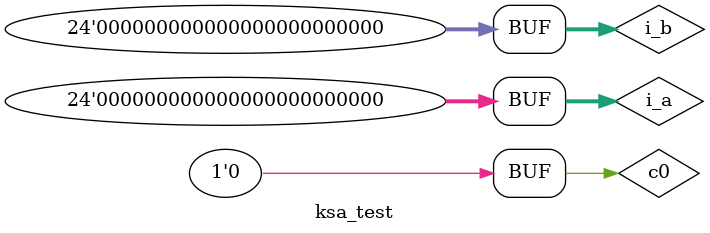
<source format=sv>
module ksa_test;
	reg c0;
	reg [23:0] i_a;
	reg [23:0] i_b;
	wire [23:0] o_s;
	wire o_carry;

	initial begin
		i_a=24'h111111;
		i_b=24'h222222;
		c0=1'b0;
		#400
		i_a=24'hABABAB;
		i_b=24'hBCBCBC;
		c0=1'b0;
		#400
		i_a=24'h000000;
		i_b=24'h000000;
		c0=1'b0;
	end
	
	//always 
	//#20 clock = ~clock;

// serial output from SSP is looped back to the serial input.
	ksa_top ksa (.c0(c0), .i_a(i_a), .i_b(i_b), .o_s(o_s), .o_carry(o_carry));

endmodule

</source>
